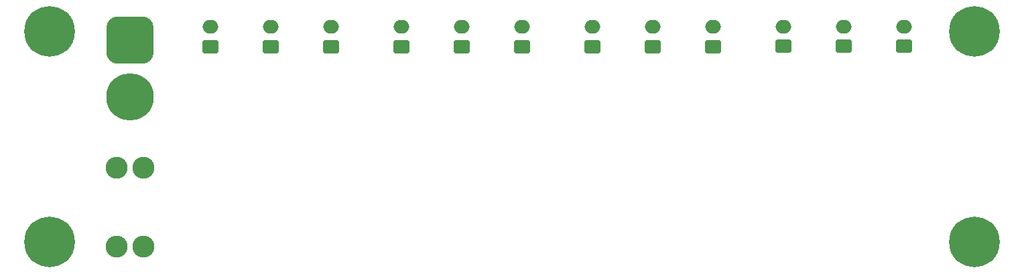
<source format=gbs>
G04 #@! TF.GenerationSoftware,KiCad,Pcbnew,(6.0.9)*
G04 #@! TF.CreationDate,2023-02-01T20:08:34-08:00*
G04 #@! TF.ProjectId,regulator_board,72656775-6c61-4746-9f72-5f626f617264,rev?*
G04 #@! TF.SameCoordinates,Original*
G04 #@! TF.FileFunction,Soldermask,Bot*
G04 #@! TF.FilePolarity,Negative*
%FSLAX46Y46*%
G04 Gerber Fmt 4.6, Leading zero omitted, Abs format (unit mm)*
G04 Created by KiCad (PCBNEW (6.0.9)) date 2023-02-01 20:08:34*
%MOMM*%
%LPD*%
G01*
G04 APERTURE LIST*
G04 Aperture macros list*
%AMRoundRect*
0 Rectangle with rounded corners*
0 $1 Rounding radius*
0 $2 $3 $4 $5 $6 $7 $8 $9 X,Y pos of 4 corners*
0 Add a 4 corners polygon primitive as box body*
4,1,4,$2,$3,$4,$5,$6,$7,$8,$9,$2,$3,0*
0 Add four circle primitives for the rounded corners*
1,1,$1+$1,$2,$3*
1,1,$1+$1,$4,$5*
1,1,$1+$1,$6,$7*
1,1,$1+$1,$8,$9*
0 Add four rect primitives between the rounded corners*
20,1,$1+$1,$2,$3,$4,$5,0*
20,1,$1+$1,$4,$5,$6,$7,0*
20,1,$1+$1,$6,$7,$8,$9,0*
20,1,$1+$1,$8,$9,$2,$3,0*%
G04 Aperture macros list end*
%ADD10RoundRect,1.500000X-1.500000X1.500000X-1.500000X-1.500000X1.500000X-1.500000X1.500000X1.500000X0*%
%ADD11C,6.000000*%
%ADD12RoundRect,0.250000X0.750000X-0.600000X0.750000X0.600000X-0.750000X0.600000X-0.750000X-0.600000X0*%
%ADD13O,2.000000X1.700000*%
%ADD14C,2.780000*%
%ADD15C,0.800000*%
%ADD16C,6.400000*%
G04 APERTURE END LIST*
D10*
X64770000Y-122340000D03*
D11*
X64770000Y-129540000D03*
D12*
X99060000Y-123190000D03*
D13*
X99060000Y-120690000D03*
D12*
X162560000Y-123150000D03*
D13*
X162560000Y-120650000D03*
D12*
X114300000Y-123190000D03*
D13*
X114300000Y-120690000D03*
D14*
X66470000Y-138550000D03*
X63070000Y-138550000D03*
X63070000Y-148470000D03*
X66470000Y-148470000D03*
D12*
X106680000Y-123190000D03*
D13*
X106680000Y-120690000D03*
D15*
X173850000Y-147955000D03*
X173147056Y-146257944D03*
X173147056Y-149652056D03*
D16*
X171450000Y-147955000D03*
D15*
X169050000Y-147955000D03*
X171450000Y-150355000D03*
X171450000Y-145555000D03*
X169752944Y-146257944D03*
X169752944Y-149652056D03*
D12*
X147320000Y-123150000D03*
D13*
X147320000Y-120650000D03*
D12*
X138430000Y-123190000D03*
D13*
X138430000Y-120690000D03*
D12*
X154940000Y-123150000D03*
D13*
X154940000Y-120650000D03*
D15*
X52210000Y-147955000D03*
X56307056Y-146257944D03*
X52912944Y-149652056D03*
X56307056Y-149652056D03*
X54610000Y-150355000D03*
X57010000Y-147955000D03*
X52912944Y-146257944D03*
D16*
X54610000Y-147955000D03*
D15*
X54610000Y-145555000D03*
X54610000Y-123685000D03*
X56307056Y-122982056D03*
X52912944Y-119587944D03*
X56307056Y-119587944D03*
D16*
X54610000Y-121285000D03*
D15*
X57010000Y-121285000D03*
X52210000Y-121285000D03*
X52912944Y-122982056D03*
X54610000Y-118885000D03*
X169752944Y-119587944D03*
X171450000Y-118885000D03*
X173147056Y-119587944D03*
X169050000Y-121285000D03*
D16*
X171450000Y-121285000D03*
D15*
X169752944Y-122982056D03*
X171450000Y-123685000D03*
X173147056Y-122982056D03*
X173850000Y-121285000D03*
D12*
X123190000Y-123190000D03*
D13*
X123190000Y-120690000D03*
D12*
X90170000Y-123190000D03*
D13*
X90170000Y-120690000D03*
D12*
X130810000Y-123190000D03*
D13*
X130810000Y-120690000D03*
D12*
X74930000Y-123190000D03*
D13*
X74930000Y-120690000D03*
D12*
X82550000Y-123190000D03*
D13*
X82550000Y-120690000D03*
M02*

</source>
